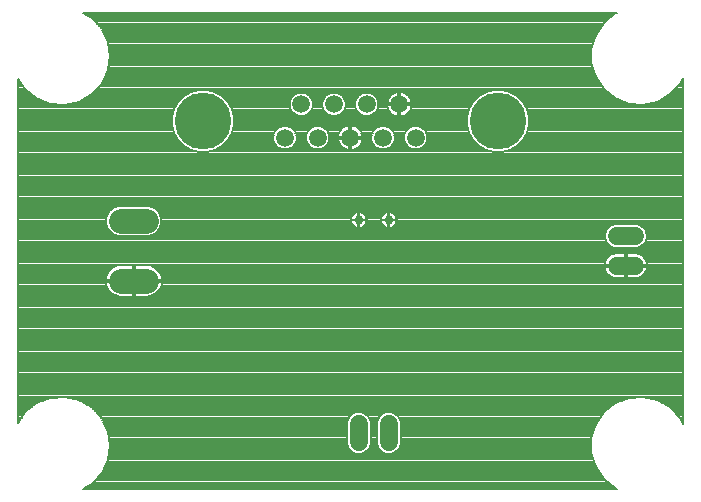
<source format=gbl>
G75*
%MOIN*%
%OFA0B0*%
%FSLAX25Y25*%
%IPPOS*%
%LPD*%
%AMOC8*
5,1,8,0,0,1.08239X$1,22.5*
%
%ADD10C,0.05906*%
%ADD11C,0.18898*%
%ADD12C,0.06000*%
%ADD13C,0.08250*%
%ADD14C,0.00700*%
%ADD15C,0.02953*%
D10*
X0116744Y0153409D03*
X0127649Y0153409D03*
X0138555Y0153409D03*
X0149460Y0153409D03*
X0160366Y0153409D03*
X0154913Y0164591D03*
X0144007Y0164591D03*
X0133102Y0164591D03*
X0122196Y0164591D03*
D11*
X0089362Y0159000D03*
X0187748Y0159000D03*
D12*
X0227350Y0120709D02*
X0233350Y0120709D01*
X0233350Y0110709D02*
X0227350Y0110709D01*
X0151350Y0058000D02*
X0151350Y0052000D01*
X0141350Y0052000D02*
X0141350Y0058000D01*
D13*
X0070475Y0105709D02*
X0062225Y0105709D01*
X0062225Y0125709D02*
X0070475Y0125709D01*
D14*
X0052292Y0037965D02*
X0049467Y0036334D01*
X0227484Y0036334D01*
X0226836Y0036589D01*
X0223026Y0039627D01*
X0223026Y0039627D01*
X0220281Y0043654D01*
X0218844Y0048311D01*
X0218844Y0053185D01*
X0220281Y0057842D01*
X0220281Y0057842D01*
X0223026Y0061869D01*
X0223026Y0061869D01*
X0226836Y0064908D01*
X0226836Y0064908D01*
X0231373Y0066688D01*
X0231373Y0066688D01*
X0236233Y0067052D01*
X0236233Y0067052D01*
X0240985Y0065968D01*
X0240985Y0065968D01*
X0245205Y0063531D01*
X0245205Y0063531D01*
X0248520Y0059958D01*
X0248520Y0059958D01*
X0249425Y0058079D01*
X0249425Y0173338D01*
X0248520Y0171459D01*
X0248520Y0171459D01*
X0245205Y0167886D01*
X0245205Y0167886D01*
X0240985Y0165450D01*
X0240985Y0165450D01*
X0236233Y0164365D01*
X0236233Y0164365D01*
X0231373Y0164729D01*
X0231373Y0164729D01*
X0226836Y0166510D01*
X0226836Y0166510D01*
X0223026Y0169548D01*
X0223026Y0169548D01*
X0223026Y0169548D01*
X0220281Y0173575D01*
X0220281Y0173575D01*
X0218844Y0178232D01*
X0218844Y0183106D01*
X0220281Y0187763D01*
X0220281Y0187763D01*
X0223026Y0191790D01*
X0223026Y0191790D01*
X0223026Y0191790D01*
X0226836Y0194829D01*
X0227484Y0195083D01*
X0049467Y0195083D01*
X0052292Y0193452D01*
X0052292Y0193452D01*
X0055607Y0189880D01*
X0055607Y0189880D01*
X0057722Y0185489D01*
X0057722Y0185489D01*
X0058448Y0180669D01*
X0057722Y0175850D01*
X0057722Y0175850D01*
X0055607Y0171459D01*
X0055607Y0171459D01*
X0052292Y0167886D01*
X0052292Y0167886D01*
X0052292Y0167886D01*
X0048071Y0165450D01*
X0048071Y0165450D01*
X0043320Y0164365D01*
X0043320Y0164365D01*
X0038460Y0164729D01*
X0038460Y0164729D01*
X0033923Y0166510D01*
X0033923Y0166510D01*
X0030113Y0169548D01*
X0030113Y0169548D01*
X0030113Y0169548D01*
X0027684Y0173110D01*
X0027684Y0058307D01*
X0030113Y0061869D01*
X0030113Y0061869D01*
X0033923Y0064908D01*
X0033923Y0064908D01*
X0038460Y0066688D01*
X0038460Y0066688D01*
X0043320Y0067052D01*
X0043320Y0067052D01*
X0048071Y0065968D01*
X0048071Y0065968D01*
X0052292Y0063531D01*
X0052292Y0063531D01*
X0055607Y0059958D01*
X0055607Y0059958D01*
X0057722Y0055567D01*
X0058448Y0050748D01*
X0058448Y0050748D01*
X0057722Y0045929D01*
X0057722Y0045929D01*
X0055607Y0041538D01*
X0055607Y0041538D01*
X0052292Y0037965D01*
X0052292Y0037965D01*
X0051996Y0037794D02*
X0225325Y0037794D01*
X0226201Y0037096D02*
X0050786Y0037096D01*
X0049576Y0036397D02*
X0227324Y0036397D01*
X0224449Y0038493D02*
X0052781Y0038493D01*
X0053430Y0039191D02*
X0223573Y0039191D01*
X0222847Y0039890D02*
X0054078Y0039890D01*
X0054726Y0040588D02*
X0222371Y0040588D01*
X0221895Y0041287D02*
X0055374Y0041287D01*
X0055822Y0041985D02*
X0221418Y0041985D01*
X0220942Y0042684D02*
X0056159Y0042684D01*
X0056495Y0043382D02*
X0220466Y0043382D01*
X0220149Y0044081D02*
X0056832Y0044081D01*
X0057168Y0044779D02*
X0219934Y0044779D01*
X0219718Y0045478D02*
X0057504Y0045478D01*
X0057759Y0046176D02*
X0219503Y0046176D01*
X0219287Y0046875D02*
X0057864Y0046875D01*
X0057969Y0047573D02*
X0219072Y0047573D01*
X0218856Y0048272D02*
X0152646Y0048272D01*
X0152134Y0048059D02*
X0153582Y0048659D01*
X0154691Y0049768D01*
X0155291Y0051216D01*
X0155291Y0058784D01*
X0154691Y0060232D01*
X0153582Y0061341D01*
X0152134Y0061941D01*
X0150566Y0061941D01*
X0149118Y0061341D01*
X0148009Y0060232D01*
X0147409Y0058784D01*
X0147409Y0051216D01*
X0148009Y0049768D01*
X0149118Y0048659D01*
X0150566Y0048059D01*
X0152134Y0048059D01*
X0153893Y0048970D02*
X0218844Y0048970D01*
X0218844Y0049669D02*
X0154592Y0049669D01*
X0154939Y0050367D02*
X0218844Y0050367D01*
X0218844Y0051066D02*
X0155228Y0051066D01*
X0155291Y0051764D02*
X0218844Y0051764D01*
X0218844Y0052463D02*
X0155291Y0052463D01*
X0155291Y0053161D02*
X0218844Y0053161D01*
X0219052Y0053860D02*
X0155291Y0053860D01*
X0155291Y0054558D02*
X0219268Y0054558D01*
X0219483Y0055257D02*
X0155291Y0055257D01*
X0155291Y0055955D02*
X0219699Y0055955D01*
X0219914Y0056654D02*
X0155291Y0056654D01*
X0155291Y0057352D02*
X0220130Y0057352D01*
X0220423Y0058051D02*
X0155291Y0058051D01*
X0155291Y0058749D02*
X0220899Y0058749D01*
X0221375Y0059448D02*
X0155015Y0059448D01*
X0154726Y0060146D02*
X0221852Y0060146D01*
X0222328Y0060845D02*
X0154078Y0060845D01*
X0153093Y0061543D02*
X0222804Y0061543D01*
X0223494Y0062242D02*
X0053488Y0062242D01*
X0052840Y0062940D02*
X0224370Y0062940D01*
X0225246Y0063639D02*
X0052105Y0063639D01*
X0050895Y0064337D02*
X0226122Y0064337D01*
X0227164Y0065036D02*
X0049685Y0065036D01*
X0048475Y0065734D02*
X0228943Y0065734D01*
X0230723Y0066433D02*
X0046033Y0066433D01*
X0054136Y0061543D02*
X0139607Y0061543D01*
X0139118Y0061341D02*
X0138009Y0060232D01*
X0137409Y0058784D01*
X0137409Y0051216D01*
X0138009Y0049768D01*
X0139118Y0048659D01*
X0140566Y0048059D01*
X0142134Y0048059D01*
X0143582Y0048659D01*
X0144691Y0049768D01*
X0145291Y0051216D01*
X0145291Y0058784D01*
X0144691Y0060232D01*
X0143582Y0061341D01*
X0142134Y0061941D01*
X0140566Y0061941D01*
X0139118Y0061341D01*
X0138622Y0060845D02*
X0054784Y0060845D01*
X0055432Y0060146D02*
X0137974Y0060146D01*
X0137685Y0059448D02*
X0055853Y0059448D01*
X0056189Y0058749D02*
X0137409Y0058749D01*
X0137409Y0058051D02*
X0056526Y0058051D01*
X0056862Y0057352D02*
X0137409Y0057352D01*
X0137409Y0056654D02*
X0057198Y0056654D01*
X0057535Y0055955D02*
X0137409Y0055955D01*
X0137409Y0055257D02*
X0057768Y0055257D01*
X0057874Y0054558D02*
X0137409Y0054558D01*
X0137409Y0053860D02*
X0057979Y0053860D01*
X0058084Y0053161D02*
X0137409Y0053161D01*
X0137409Y0052463D02*
X0058190Y0052463D01*
X0058295Y0051764D02*
X0137409Y0051764D01*
X0137472Y0051066D02*
X0058400Y0051066D01*
X0058391Y0050367D02*
X0137761Y0050367D01*
X0138108Y0049669D02*
X0058285Y0049669D01*
X0058180Y0048970D02*
X0138807Y0048970D01*
X0140054Y0048272D02*
X0058075Y0048272D01*
X0037810Y0066433D02*
X0027684Y0066433D01*
X0027684Y0065734D02*
X0036030Y0065734D01*
X0034250Y0065036D02*
X0027684Y0065036D01*
X0027684Y0064337D02*
X0033208Y0064337D01*
X0032332Y0063639D02*
X0027684Y0063639D01*
X0027684Y0062940D02*
X0031456Y0062940D01*
X0030580Y0062242D02*
X0027684Y0062242D01*
X0027684Y0061543D02*
X0029891Y0061543D01*
X0030113Y0061869D02*
X0030113Y0061869D01*
X0029415Y0060845D02*
X0027684Y0060845D01*
X0027684Y0060146D02*
X0028938Y0060146D01*
X0028462Y0059448D02*
X0027684Y0059448D01*
X0027684Y0058749D02*
X0027986Y0058749D01*
X0027684Y0067132D02*
X0249425Y0067132D01*
X0249425Y0067830D02*
X0027684Y0067830D01*
X0027684Y0068529D02*
X0249425Y0068529D01*
X0249425Y0069227D02*
X0027684Y0069227D01*
X0027684Y0069926D02*
X0249425Y0069926D01*
X0249425Y0070624D02*
X0027684Y0070624D01*
X0027684Y0071323D02*
X0249425Y0071323D01*
X0249425Y0072021D02*
X0027684Y0072021D01*
X0027684Y0072720D02*
X0249425Y0072720D01*
X0249425Y0073418D02*
X0027684Y0073418D01*
X0027684Y0074117D02*
X0249425Y0074117D01*
X0249425Y0074815D02*
X0027684Y0074815D01*
X0027684Y0075514D02*
X0249425Y0075514D01*
X0249425Y0076212D02*
X0027684Y0076212D01*
X0027684Y0076911D02*
X0249425Y0076911D01*
X0249425Y0077609D02*
X0027684Y0077609D01*
X0027684Y0078308D02*
X0249425Y0078308D01*
X0249425Y0079006D02*
X0027684Y0079006D01*
X0027684Y0079705D02*
X0249425Y0079705D01*
X0249425Y0080403D02*
X0027684Y0080403D01*
X0027684Y0081102D02*
X0249425Y0081102D01*
X0249425Y0081800D02*
X0027684Y0081800D01*
X0027684Y0082499D02*
X0249425Y0082499D01*
X0249425Y0083197D02*
X0027684Y0083197D01*
X0027684Y0083896D02*
X0249425Y0083896D01*
X0249425Y0084594D02*
X0027684Y0084594D01*
X0027684Y0085293D02*
X0249425Y0085293D01*
X0249425Y0085991D02*
X0027684Y0085991D01*
X0027684Y0086690D02*
X0249425Y0086690D01*
X0249425Y0087388D02*
X0027684Y0087388D01*
X0027684Y0088087D02*
X0249425Y0088087D01*
X0249425Y0088785D02*
X0027684Y0088785D01*
X0027684Y0089484D02*
X0249425Y0089484D01*
X0249425Y0090182D02*
X0027684Y0090182D01*
X0027684Y0090881D02*
X0249425Y0090881D01*
X0249425Y0091579D02*
X0027684Y0091579D01*
X0027684Y0092278D02*
X0249425Y0092278D01*
X0249425Y0092976D02*
X0027684Y0092976D01*
X0027684Y0093675D02*
X0249425Y0093675D01*
X0249425Y0094373D02*
X0027684Y0094373D01*
X0027684Y0095072D02*
X0249425Y0095072D01*
X0249425Y0095770D02*
X0027684Y0095770D01*
X0027684Y0096469D02*
X0249425Y0096469D01*
X0249425Y0097168D02*
X0027684Y0097168D01*
X0027684Y0097866D02*
X0249425Y0097866D01*
X0249425Y0098565D02*
X0027684Y0098565D01*
X0027684Y0099263D02*
X0249425Y0099263D01*
X0249425Y0099962D02*
X0027684Y0099962D01*
X0027684Y0100660D02*
X0060733Y0100660D01*
X0060993Y0100576D02*
X0061811Y0100446D01*
X0066000Y0100446D01*
X0066000Y0105359D01*
X0056963Y0105359D01*
X0056963Y0105294D01*
X0057092Y0104476D01*
X0057348Y0103689D01*
X0057724Y0102951D01*
X0058211Y0102280D01*
X0058797Y0101695D01*
X0059467Y0101208D01*
X0060205Y0100832D01*
X0060993Y0100576D01*
X0059259Y0101359D02*
X0027684Y0101359D01*
X0027684Y0102057D02*
X0058434Y0102057D01*
X0057866Y0102756D02*
X0027684Y0102756D01*
X0027684Y0103454D02*
X0057468Y0103454D01*
X0057197Y0104153D02*
X0027684Y0104153D01*
X0027684Y0104851D02*
X0057033Y0104851D01*
X0056963Y0106059D02*
X0066000Y0106059D01*
X0066000Y0110971D01*
X0061811Y0110971D01*
X0060993Y0110841D01*
X0060205Y0110586D01*
X0059467Y0110209D01*
X0058797Y0109723D01*
X0058211Y0109137D01*
X0057724Y0108467D01*
X0057348Y0107729D01*
X0057092Y0106941D01*
X0056963Y0106123D01*
X0056963Y0106059D01*
X0056982Y0106248D02*
X0027684Y0106248D01*
X0027684Y0105550D02*
X0066000Y0105550D01*
X0066000Y0105359D02*
X0066000Y0106059D01*
X0066700Y0106059D01*
X0066700Y0110971D01*
X0070889Y0110971D01*
X0071707Y0110841D01*
X0072495Y0110586D01*
X0073233Y0110209D01*
X0073903Y0109723D01*
X0074489Y0109137D01*
X0074976Y0108467D01*
X0075352Y0107729D01*
X0075608Y0106941D01*
X0075737Y0106123D01*
X0075737Y0106059D01*
X0066700Y0106059D01*
X0066700Y0105359D01*
X0075737Y0105359D01*
X0075737Y0105294D01*
X0075608Y0104476D01*
X0075352Y0103689D01*
X0074976Y0102951D01*
X0074489Y0102280D01*
X0073903Y0101695D01*
X0073233Y0101208D01*
X0072495Y0100832D01*
X0071707Y0100576D01*
X0070889Y0100446D01*
X0066700Y0100446D01*
X0066700Y0105359D01*
X0066000Y0105359D01*
X0066000Y0104851D02*
X0066700Y0104851D01*
X0066700Y0104153D02*
X0066000Y0104153D01*
X0066000Y0103454D02*
X0066700Y0103454D01*
X0066700Y0102756D02*
X0066000Y0102756D01*
X0066000Y0102057D02*
X0066700Y0102057D01*
X0066700Y0101359D02*
X0066000Y0101359D01*
X0066000Y0100660D02*
X0066700Y0100660D01*
X0066700Y0105550D02*
X0249425Y0105550D01*
X0249425Y0106248D02*
X0075718Y0106248D01*
X0075606Y0106947D02*
X0225620Y0106947D01*
X0225762Y0106874D02*
X0226381Y0106673D01*
X0227024Y0106571D01*
X0230000Y0106571D01*
X0230000Y0110359D01*
X0223216Y0110359D01*
X0223314Y0109740D01*
X0223516Y0109120D01*
X0223811Y0108540D01*
X0224194Y0108013D01*
X0224655Y0107553D01*
X0225182Y0107170D01*
X0225762Y0106874D01*
X0224562Y0107645D02*
X0075379Y0107645D01*
X0075039Y0108344D02*
X0223954Y0108344D01*
X0223556Y0109042D02*
X0074558Y0109042D01*
X0073878Y0109741D02*
X0223314Y0109741D01*
X0223216Y0111059D02*
X0230000Y0111059D01*
X0230000Y0114846D01*
X0227024Y0114846D01*
X0226381Y0114744D01*
X0225762Y0114543D01*
X0225182Y0114247D01*
X0224655Y0113864D01*
X0224194Y0113404D01*
X0223811Y0112877D01*
X0223516Y0112297D01*
X0223314Y0111677D01*
X0223216Y0111059D01*
X0223229Y0111138D02*
X0027684Y0111138D01*
X0027684Y0111836D02*
X0223366Y0111836D01*
X0223637Y0112535D02*
X0027684Y0112535D01*
X0027684Y0113233D02*
X0224070Y0113233D01*
X0224747Y0113932D02*
X0027684Y0113932D01*
X0027684Y0114630D02*
X0226031Y0114630D01*
X0226566Y0116768D02*
X0225118Y0117368D01*
X0224009Y0118477D01*
X0223409Y0119925D01*
X0223409Y0121492D01*
X0224009Y0122941D01*
X0225118Y0124049D01*
X0226566Y0124649D01*
X0234134Y0124649D01*
X0235582Y0124049D01*
X0236691Y0122941D01*
X0237291Y0121492D01*
X0237291Y0119925D01*
X0236691Y0118477D01*
X0235582Y0117368D01*
X0234134Y0116768D01*
X0226566Y0116768D01*
X0225062Y0117424D02*
X0027684Y0117424D01*
X0027684Y0116726D02*
X0249425Y0116726D01*
X0249425Y0117424D02*
X0235638Y0117424D01*
X0236337Y0118123D02*
X0249425Y0118123D01*
X0249425Y0118821D02*
X0236833Y0118821D01*
X0237123Y0119520D02*
X0249425Y0119520D01*
X0249425Y0120218D02*
X0237291Y0120218D01*
X0237291Y0120917D02*
X0249425Y0120917D01*
X0249425Y0121615D02*
X0237240Y0121615D01*
X0236950Y0122314D02*
X0249425Y0122314D01*
X0249425Y0123012D02*
X0236619Y0123012D01*
X0235920Y0123711D02*
X0249425Y0123711D01*
X0249425Y0124409D02*
X0234713Y0124409D01*
X0225987Y0124409D02*
X0153431Y0124409D01*
X0153380Y0124334D02*
X0153666Y0124762D01*
X0153863Y0125238D01*
X0153964Y0125743D01*
X0153964Y0125858D01*
X0151492Y0125858D01*
X0151492Y0123386D01*
X0151607Y0123386D01*
X0152112Y0123487D01*
X0152588Y0123684D01*
X0153016Y0123970D01*
X0153380Y0124334D01*
X0153810Y0125108D02*
X0249425Y0125108D01*
X0249425Y0125806D02*
X0153964Y0125806D01*
X0153964Y0126142D02*
X0153964Y0126257D01*
X0153863Y0126762D01*
X0153666Y0127238D01*
X0153380Y0127666D01*
X0153016Y0128030D01*
X0152588Y0128316D01*
X0152112Y0128513D01*
X0151607Y0128614D01*
X0151492Y0128614D01*
X0151492Y0126142D01*
X0153964Y0126142D01*
X0153915Y0126505D02*
X0249425Y0126505D01*
X0249425Y0127203D02*
X0153681Y0127203D01*
X0153144Y0127902D02*
X0249425Y0127902D01*
X0249425Y0128601D02*
X0151674Y0128601D01*
X0151492Y0128601D02*
X0151208Y0128601D01*
X0151208Y0128614D02*
X0151093Y0128614D01*
X0150588Y0128513D01*
X0150112Y0128316D01*
X0149684Y0128030D01*
X0149320Y0127666D01*
X0149034Y0127238D01*
X0148837Y0126762D01*
X0148736Y0126257D01*
X0148736Y0126142D01*
X0151208Y0126142D01*
X0151208Y0125858D01*
X0151492Y0125858D01*
X0151492Y0126142D01*
X0151208Y0126142D01*
X0151208Y0128614D01*
X0151026Y0128601D02*
X0141674Y0128601D01*
X0141607Y0128614D02*
X0141492Y0128614D01*
X0141492Y0126142D01*
X0143964Y0126142D01*
X0143964Y0126257D01*
X0143863Y0126762D01*
X0143666Y0127238D01*
X0143380Y0127666D01*
X0143016Y0128030D01*
X0142588Y0128316D01*
X0142112Y0128513D01*
X0141607Y0128614D01*
X0141492Y0128601D02*
X0141208Y0128601D01*
X0141208Y0128614D02*
X0141093Y0128614D01*
X0140588Y0128513D01*
X0140112Y0128316D01*
X0139684Y0128030D01*
X0139320Y0127666D01*
X0139034Y0127238D01*
X0138837Y0126762D01*
X0138736Y0126257D01*
X0138736Y0126142D01*
X0141208Y0126142D01*
X0141208Y0125858D01*
X0141492Y0125858D01*
X0141492Y0123386D01*
X0141607Y0123386D01*
X0142112Y0123487D01*
X0142588Y0123684D01*
X0143016Y0123970D01*
X0143380Y0124334D01*
X0143666Y0124762D01*
X0143863Y0125238D01*
X0143964Y0125743D01*
X0143964Y0125858D01*
X0141492Y0125858D01*
X0141492Y0126142D01*
X0141208Y0126142D01*
X0141208Y0128614D01*
X0141026Y0128601D02*
X0074747Y0128601D01*
X0074769Y0128578D02*
X0073344Y0130003D01*
X0071483Y0130774D01*
X0061217Y0130774D01*
X0059356Y0130003D01*
X0057931Y0128578D01*
X0057159Y0126716D01*
X0057159Y0124701D01*
X0057931Y0122839D01*
X0059356Y0121414D01*
X0061217Y0120643D01*
X0071483Y0120643D01*
X0073344Y0121414D01*
X0074769Y0122839D01*
X0075541Y0124701D01*
X0075541Y0126716D01*
X0074769Y0128578D01*
X0075049Y0127902D02*
X0139556Y0127902D01*
X0139019Y0127203D02*
X0075339Y0127203D01*
X0075541Y0126505D02*
X0138785Y0126505D01*
X0138736Y0125858D02*
X0138736Y0125743D01*
X0138837Y0125238D01*
X0139034Y0124762D01*
X0139320Y0124334D01*
X0139684Y0123970D01*
X0140112Y0123684D01*
X0140588Y0123487D01*
X0141093Y0123386D01*
X0141208Y0123386D01*
X0141208Y0125858D01*
X0138736Y0125858D01*
X0138736Y0125806D02*
X0075541Y0125806D01*
X0075541Y0125108D02*
X0138890Y0125108D01*
X0139269Y0124409D02*
X0075420Y0124409D01*
X0075130Y0123711D02*
X0140071Y0123711D01*
X0141208Y0123711D02*
X0141492Y0123711D01*
X0141492Y0124409D02*
X0141208Y0124409D01*
X0141208Y0125108D02*
X0141492Y0125108D01*
X0141492Y0125806D02*
X0141208Y0125806D01*
X0141208Y0126505D02*
X0141492Y0126505D01*
X0141492Y0127203D02*
X0141208Y0127203D01*
X0141208Y0127902D02*
X0141492Y0127902D01*
X0143144Y0127902D02*
X0149556Y0127902D01*
X0149019Y0127203D02*
X0143681Y0127203D01*
X0143915Y0126505D02*
X0148785Y0126505D01*
X0148736Y0125858D02*
X0148736Y0125743D01*
X0148837Y0125238D01*
X0149034Y0124762D01*
X0149320Y0124334D01*
X0149684Y0123970D01*
X0150112Y0123684D01*
X0150588Y0123487D01*
X0151093Y0123386D01*
X0151208Y0123386D01*
X0151208Y0125858D01*
X0148736Y0125858D01*
X0148736Y0125806D02*
X0143964Y0125806D01*
X0143810Y0125108D02*
X0148890Y0125108D01*
X0149269Y0124409D02*
X0143431Y0124409D01*
X0142629Y0123711D02*
X0150071Y0123711D01*
X0151208Y0123711D02*
X0151492Y0123711D01*
X0151492Y0124409D02*
X0151208Y0124409D01*
X0151208Y0125108D02*
X0151492Y0125108D01*
X0151492Y0125806D02*
X0151208Y0125806D01*
X0151208Y0126505D02*
X0151492Y0126505D01*
X0151492Y0127203D02*
X0151208Y0127203D01*
X0151208Y0127902D02*
X0151492Y0127902D01*
X0152629Y0123711D02*
X0224780Y0123711D01*
X0224081Y0123012D02*
X0074841Y0123012D01*
X0074244Y0122314D02*
X0223750Y0122314D01*
X0223460Y0121615D02*
X0073546Y0121615D01*
X0072144Y0120917D02*
X0223409Y0120917D01*
X0223409Y0120218D02*
X0027684Y0120218D01*
X0027684Y0119520D02*
X0223577Y0119520D01*
X0223867Y0118821D02*
X0027684Y0118821D01*
X0027684Y0118123D02*
X0224363Y0118123D01*
X0230000Y0114630D02*
X0230700Y0114630D01*
X0230700Y0114846D02*
X0230700Y0111059D01*
X0230000Y0111059D01*
X0230000Y0110359D01*
X0230700Y0110359D01*
X0230700Y0111059D01*
X0237484Y0111059D01*
X0237386Y0111677D01*
X0237184Y0112297D01*
X0236889Y0112877D01*
X0236506Y0113404D01*
X0236045Y0113864D01*
X0235518Y0114247D01*
X0234938Y0114543D01*
X0234319Y0114744D01*
X0233676Y0114846D01*
X0230700Y0114846D01*
X0230700Y0113932D02*
X0230000Y0113932D01*
X0230000Y0113233D02*
X0230700Y0113233D01*
X0230700Y0112535D02*
X0230000Y0112535D01*
X0230000Y0111836D02*
X0230700Y0111836D01*
X0230700Y0111138D02*
X0230000Y0111138D01*
X0230000Y0110439D02*
X0072782Y0110439D01*
X0066700Y0110439D02*
X0066000Y0110439D01*
X0066000Y0109741D02*
X0066700Y0109741D01*
X0066700Y0109042D02*
X0066000Y0109042D01*
X0066000Y0108344D02*
X0066700Y0108344D01*
X0066700Y0107645D02*
X0066000Y0107645D01*
X0066000Y0106947D02*
X0066700Y0106947D01*
X0066700Y0106248D02*
X0066000Y0106248D01*
X0071966Y0100660D02*
X0249425Y0100660D01*
X0249425Y0101359D02*
X0073441Y0101359D01*
X0074266Y0102057D02*
X0249425Y0102057D01*
X0249425Y0102756D02*
X0074834Y0102756D01*
X0075232Y0103454D02*
X0249425Y0103454D01*
X0249425Y0104153D02*
X0075503Y0104153D01*
X0075667Y0104851D02*
X0249425Y0104851D01*
X0249425Y0106947D02*
X0235080Y0106947D01*
X0234938Y0106874D02*
X0235518Y0107170D01*
X0236045Y0107553D01*
X0236506Y0108013D01*
X0236889Y0108540D01*
X0237184Y0109120D01*
X0237386Y0109740D01*
X0237484Y0110359D01*
X0230700Y0110359D01*
X0230700Y0106571D01*
X0233676Y0106571D01*
X0234319Y0106673D01*
X0234938Y0106874D01*
X0236138Y0107645D02*
X0249425Y0107645D01*
X0249425Y0108344D02*
X0236746Y0108344D01*
X0237144Y0109042D02*
X0249425Y0109042D01*
X0249425Y0109741D02*
X0237386Y0109741D01*
X0237471Y0111138D02*
X0249425Y0111138D01*
X0249425Y0111836D02*
X0237334Y0111836D01*
X0237063Y0112535D02*
X0249425Y0112535D01*
X0249425Y0113233D02*
X0236630Y0113233D01*
X0235953Y0113932D02*
X0249425Y0113932D01*
X0249425Y0114630D02*
X0234669Y0114630D01*
X0230700Y0110439D02*
X0249425Y0110439D01*
X0249425Y0115329D02*
X0027684Y0115329D01*
X0027684Y0116027D02*
X0249425Y0116027D01*
X0249425Y0129299D02*
X0074048Y0129299D01*
X0073350Y0129998D02*
X0249425Y0129998D01*
X0249425Y0130696D02*
X0071671Y0130696D01*
X0061029Y0130696D02*
X0027684Y0130696D01*
X0027684Y0129998D02*
X0059350Y0129998D01*
X0058652Y0129299D02*
X0027684Y0129299D01*
X0027684Y0128601D02*
X0057953Y0128601D01*
X0057651Y0127902D02*
X0027684Y0127902D01*
X0027684Y0127203D02*
X0057361Y0127203D01*
X0057159Y0126505D02*
X0027684Y0126505D01*
X0027684Y0125806D02*
X0057159Y0125806D01*
X0057159Y0125108D02*
X0027684Y0125108D01*
X0027684Y0124409D02*
X0057280Y0124409D01*
X0057570Y0123711D02*
X0027684Y0123711D01*
X0027684Y0123012D02*
X0057859Y0123012D01*
X0058456Y0122314D02*
X0027684Y0122314D01*
X0027684Y0121615D02*
X0059154Y0121615D01*
X0060556Y0120917D02*
X0027684Y0120917D01*
X0027684Y0131395D02*
X0249425Y0131395D01*
X0249425Y0132093D02*
X0027684Y0132093D01*
X0027684Y0132792D02*
X0249425Y0132792D01*
X0249425Y0133490D02*
X0027684Y0133490D01*
X0027684Y0134189D02*
X0249425Y0134189D01*
X0249425Y0134887D02*
X0027684Y0134887D01*
X0027684Y0135586D02*
X0249425Y0135586D01*
X0249425Y0136284D02*
X0027684Y0136284D01*
X0027684Y0136983D02*
X0249425Y0136983D01*
X0249425Y0137681D02*
X0027684Y0137681D01*
X0027684Y0138380D02*
X0249425Y0138380D01*
X0249425Y0139078D02*
X0027684Y0139078D01*
X0027684Y0139777D02*
X0249425Y0139777D01*
X0249425Y0140475D02*
X0027684Y0140475D01*
X0027684Y0141174D02*
X0249425Y0141174D01*
X0249425Y0141872D02*
X0027684Y0141872D01*
X0027684Y0142571D02*
X0249425Y0142571D01*
X0249425Y0143269D02*
X0027684Y0143269D01*
X0027684Y0143968D02*
X0249425Y0143968D01*
X0249425Y0144666D02*
X0027684Y0144666D01*
X0027684Y0145365D02*
X0249425Y0145365D01*
X0249425Y0146063D02*
X0027684Y0146063D01*
X0027684Y0146762D02*
X0249425Y0146762D01*
X0249425Y0147460D02*
X0027684Y0147460D01*
X0027684Y0148159D02*
X0249425Y0148159D01*
X0249425Y0148857D02*
X0190036Y0148857D01*
X0189115Y0148611D02*
X0191758Y0149319D01*
X0194127Y0150686D01*
X0196061Y0152621D01*
X0197429Y0154990D01*
X0198137Y0157632D01*
X0198137Y0160368D01*
X0197429Y0163010D01*
X0196061Y0165379D01*
X0194127Y0167314D01*
X0191758Y0168681D01*
X0189115Y0169389D01*
X0186380Y0169389D01*
X0183737Y0168681D01*
X0181368Y0167314D01*
X0179434Y0165379D01*
X0178066Y0163010D01*
X0177358Y0160368D01*
X0177358Y0157632D01*
X0178066Y0154990D01*
X0179434Y0152621D01*
X0181368Y0150686D01*
X0183737Y0149319D01*
X0186380Y0148611D01*
X0189115Y0148611D01*
X0192169Y0149556D02*
X0249425Y0149556D01*
X0249425Y0150254D02*
X0193378Y0150254D01*
X0194393Y0150953D02*
X0249425Y0150953D01*
X0249425Y0151651D02*
X0195092Y0151651D01*
X0195790Y0152350D02*
X0249425Y0152350D01*
X0249425Y0153048D02*
X0196308Y0153048D01*
X0196711Y0153747D02*
X0249425Y0153747D01*
X0249425Y0154445D02*
X0197115Y0154445D01*
X0197470Y0155144D02*
X0249425Y0155144D01*
X0249425Y0155842D02*
X0197657Y0155842D01*
X0197845Y0156541D02*
X0249425Y0156541D01*
X0249425Y0157239D02*
X0198032Y0157239D01*
X0198137Y0157938D02*
X0249425Y0157938D01*
X0249425Y0158637D02*
X0198137Y0158637D01*
X0198137Y0159335D02*
X0249425Y0159335D01*
X0249425Y0160034D02*
X0198137Y0160034D01*
X0198039Y0160732D02*
X0249425Y0160732D01*
X0249425Y0161431D02*
X0197852Y0161431D01*
X0197665Y0162129D02*
X0249425Y0162129D01*
X0249425Y0162828D02*
X0197478Y0162828D01*
X0197131Y0163526D02*
X0249425Y0163526D01*
X0249425Y0164225D02*
X0196728Y0164225D01*
X0196325Y0164923D02*
X0230879Y0164923D01*
X0229099Y0165622D02*
X0195819Y0165622D01*
X0195120Y0166320D02*
X0227320Y0166320D01*
X0226198Y0167019D02*
X0194422Y0167019D01*
X0193428Y0167717D02*
X0225322Y0167717D01*
X0224447Y0168416D02*
X0192218Y0168416D01*
X0190142Y0169114D02*
X0223571Y0169114D01*
X0222846Y0169813D02*
X0054079Y0169813D01*
X0053431Y0169114D02*
X0086967Y0169114D01*
X0087994Y0169389D02*
X0085352Y0168681D01*
X0082983Y0167314D01*
X0081048Y0165379D01*
X0079680Y0163010D01*
X0078972Y0160368D01*
X0078972Y0157632D01*
X0079680Y0154990D01*
X0081048Y0152621D01*
X0082983Y0150686D01*
X0085352Y0149319D01*
X0087994Y0148611D01*
X0090730Y0148611D01*
X0093372Y0149319D01*
X0095741Y0150686D01*
X0097675Y0152621D01*
X0099043Y0154990D01*
X0099751Y0157632D01*
X0099751Y0160368D01*
X0099043Y0163010D01*
X0097675Y0165379D01*
X0095741Y0167314D01*
X0093372Y0168681D01*
X0090730Y0169389D01*
X0087994Y0169389D01*
X0084891Y0168416D02*
X0052783Y0168416D01*
X0051999Y0167717D02*
X0083682Y0167717D01*
X0082688Y0167019D02*
X0050789Y0167019D01*
X0049579Y0166320D02*
X0081989Y0166320D01*
X0081291Y0165622D02*
X0048369Y0165622D01*
X0045765Y0164923D02*
X0080785Y0164923D01*
X0080382Y0164225D02*
X0027684Y0164225D01*
X0027684Y0164923D02*
X0037966Y0164923D01*
X0036186Y0165622D02*
X0027684Y0165622D01*
X0027684Y0166320D02*
X0034406Y0166320D01*
X0033285Y0167019D02*
X0027684Y0167019D01*
X0027684Y0167717D02*
X0032409Y0167717D01*
X0031533Y0168416D02*
X0027684Y0168416D01*
X0027684Y0169114D02*
X0030657Y0169114D01*
X0029932Y0169813D02*
X0027684Y0169813D01*
X0027684Y0170511D02*
X0029456Y0170511D01*
X0028980Y0171210D02*
X0027684Y0171210D01*
X0027684Y0171908D02*
X0028504Y0171908D01*
X0028028Y0172607D02*
X0027684Y0172607D01*
X0027684Y0163526D02*
X0079978Y0163526D01*
X0079632Y0162828D02*
X0027684Y0162828D01*
X0027684Y0162129D02*
X0079444Y0162129D01*
X0079257Y0161431D02*
X0027684Y0161431D01*
X0027684Y0160732D02*
X0079070Y0160732D01*
X0078972Y0160034D02*
X0027684Y0160034D01*
X0027684Y0159335D02*
X0078972Y0159335D01*
X0078972Y0158637D02*
X0027684Y0158637D01*
X0027684Y0157938D02*
X0078972Y0157938D01*
X0079078Y0157239D02*
X0027684Y0157239D01*
X0027684Y0156541D02*
X0079265Y0156541D01*
X0079452Y0155842D02*
X0027684Y0155842D01*
X0027684Y0155144D02*
X0079639Y0155144D01*
X0079995Y0154445D02*
X0027684Y0154445D01*
X0027684Y0153747D02*
X0080398Y0153747D01*
X0080801Y0153048D02*
X0027684Y0153048D01*
X0027684Y0152350D02*
X0081319Y0152350D01*
X0082018Y0151651D02*
X0027684Y0151651D01*
X0027684Y0150953D02*
X0082716Y0150953D01*
X0083731Y0150254D02*
X0027684Y0150254D01*
X0027684Y0149556D02*
X0084941Y0149556D01*
X0087073Y0148857D02*
X0027684Y0148857D01*
X0054728Y0170511D02*
X0222370Y0170511D01*
X0221893Y0171210D02*
X0055376Y0171210D01*
X0055823Y0171908D02*
X0221417Y0171908D01*
X0220941Y0172607D02*
X0056160Y0172607D01*
X0056496Y0173305D02*
X0220465Y0173305D01*
X0220148Y0174004D02*
X0056833Y0174004D01*
X0057169Y0174702D02*
X0219933Y0174702D01*
X0219717Y0175401D02*
X0057505Y0175401D01*
X0057759Y0176099D02*
X0219502Y0176099D01*
X0219287Y0176798D02*
X0057864Y0176798D01*
X0057970Y0177496D02*
X0219071Y0177496D01*
X0218856Y0178195D02*
X0058075Y0178195D01*
X0058180Y0178893D02*
X0218844Y0178893D01*
X0218844Y0179592D02*
X0058286Y0179592D01*
X0058391Y0180290D02*
X0218844Y0180290D01*
X0218844Y0180989D02*
X0058400Y0180989D01*
X0058295Y0181687D02*
X0218844Y0181687D01*
X0218844Y0182386D02*
X0058189Y0182386D01*
X0058084Y0183084D02*
X0218844Y0183084D01*
X0219053Y0183783D02*
X0057979Y0183783D01*
X0057873Y0184481D02*
X0219268Y0184481D01*
X0219484Y0185180D02*
X0057768Y0185180D01*
X0057534Y0185878D02*
X0219699Y0185878D01*
X0219915Y0186577D02*
X0057197Y0186577D01*
X0056861Y0187275D02*
X0220130Y0187275D01*
X0220424Y0187974D02*
X0056525Y0187974D01*
X0056188Y0188672D02*
X0220900Y0188672D01*
X0221377Y0189371D02*
X0055852Y0189371D01*
X0055431Y0190070D02*
X0221853Y0190070D01*
X0222329Y0190768D02*
X0054783Y0190768D01*
X0054135Y0191467D02*
X0222805Y0191467D01*
X0223496Y0192165D02*
X0053486Y0192165D01*
X0052838Y0192864D02*
X0224372Y0192864D01*
X0225248Y0193562D02*
X0052102Y0193562D01*
X0050892Y0194261D02*
X0226124Y0194261D01*
X0227168Y0194959D02*
X0049682Y0194959D01*
X0091757Y0169114D02*
X0185353Y0169114D01*
X0183277Y0168416D02*
X0156377Y0168416D01*
X0156483Y0168381D02*
X0155871Y0168580D01*
X0155263Y0168676D01*
X0155263Y0164941D01*
X0154563Y0164941D01*
X0154563Y0168676D01*
X0153955Y0168580D01*
X0153343Y0168381D01*
X0152769Y0168089D01*
X0152248Y0167710D01*
X0151793Y0167255D01*
X0151415Y0166734D01*
X0151122Y0166161D01*
X0150924Y0165548D01*
X0150827Y0164941D01*
X0154563Y0164941D01*
X0154563Y0164241D01*
X0150827Y0164241D01*
X0150924Y0163633D01*
X0151122Y0163020D01*
X0151415Y0162447D01*
X0151793Y0161926D01*
X0152248Y0161471D01*
X0152769Y0161092D01*
X0153343Y0160800D01*
X0153955Y0160601D01*
X0154563Y0160505D01*
X0154563Y0164240D01*
X0155263Y0164240D01*
X0155263Y0160505D01*
X0155871Y0160601D01*
X0156483Y0160800D01*
X0157057Y0161092D01*
X0157578Y0161471D01*
X0158033Y0161926D01*
X0158411Y0162447D01*
X0158703Y0163020D01*
X0158902Y0163633D01*
X0158999Y0164241D01*
X0155263Y0164241D01*
X0155263Y0164941D01*
X0158999Y0164941D01*
X0158902Y0165548D01*
X0158703Y0166161D01*
X0158411Y0166734D01*
X0158033Y0167255D01*
X0157578Y0167710D01*
X0157057Y0168089D01*
X0156483Y0168381D01*
X0155263Y0168416D02*
X0154563Y0168416D01*
X0154563Y0167717D02*
X0155263Y0167717D01*
X0155263Y0167019D02*
X0154563Y0167019D01*
X0154563Y0166320D02*
X0155263Y0166320D01*
X0155263Y0165622D02*
X0154563Y0165622D01*
X0154563Y0164923D02*
X0147901Y0164923D01*
X0147901Y0165365D02*
X0147308Y0166796D01*
X0146213Y0167891D01*
X0144782Y0168484D01*
X0143233Y0168484D01*
X0141802Y0167891D01*
X0140707Y0166796D01*
X0140114Y0165365D01*
X0140114Y0163816D01*
X0140707Y0162385D01*
X0141802Y0161290D01*
X0143233Y0160697D01*
X0144782Y0160697D01*
X0146213Y0161290D01*
X0147308Y0162385D01*
X0147901Y0163816D01*
X0147901Y0165365D01*
X0147794Y0165622D02*
X0150947Y0165622D01*
X0151204Y0166320D02*
X0147505Y0166320D01*
X0147085Y0167019D02*
X0151621Y0167019D01*
X0152258Y0167717D02*
X0146387Y0167717D01*
X0144947Y0168416D02*
X0153449Y0168416D01*
X0155263Y0164923D02*
X0179171Y0164923D01*
X0178767Y0164225D02*
X0158996Y0164225D01*
X0158868Y0163526D02*
X0178364Y0163526D01*
X0178017Y0162828D02*
X0158605Y0162828D01*
X0158180Y0162129D02*
X0177830Y0162129D01*
X0177643Y0161431D02*
X0157522Y0161431D01*
X0156274Y0160732D02*
X0177456Y0160732D01*
X0177358Y0160034D02*
X0099751Y0160034D01*
X0099751Y0159335D02*
X0177358Y0159335D01*
X0177358Y0158637D02*
X0099751Y0158637D01*
X0099751Y0157938D02*
X0177358Y0157938D01*
X0177463Y0157239D02*
X0161293Y0157239D01*
X0161140Y0157303D02*
X0159591Y0157303D01*
X0158160Y0156710D01*
X0157065Y0155615D01*
X0156472Y0154184D01*
X0156472Y0152635D01*
X0157065Y0151204D01*
X0158160Y0150109D01*
X0159591Y0149516D01*
X0161140Y0149516D01*
X0162571Y0150109D01*
X0163666Y0151204D01*
X0164259Y0152635D01*
X0164259Y0154184D01*
X0163666Y0155615D01*
X0162571Y0156710D01*
X0161140Y0157303D01*
X0159439Y0157239D02*
X0150387Y0157239D01*
X0150235Y0157303D02*
X0148686Y0157303D01*
X0147255Y0156710D01*
X0146160Y0155615D01*
X0145567Y0154184D01*
X0145567Y0152635D01*
X0146160Y0151204D01*
X0147255Y0150109D01*
X0148686Y0149516D01*
X0150235Y0149516D01*
X0151666Y0150109D01*
X0152761Y0151204D01*
X0153354Y0152635D01*
X0153354Y0154184D01*
X0152761Y0155615D01*
X0151666Y0156710D01*
X0150235Y0157303D01*
X0148533Y0157239D02*
X0140003Y0157239D01*
X0140125Y0157200D02*
X0139513Y0157399D01*
X0138905Y0157495D01*
X0138905Y0153759D01*
X0142640Y0153759D01*
X0142544Y0154367D01*
X0142345Y0154980D01*
X0142053Y0155553D01*
X0141675Y0156074D01*
X0141219Y0156529D01*
X0140698Y0156908D01*
X0140125Y0157200D01*
X0138905Y0157239D02*
X0138205Y0157239D01*
X0138205Y0157495D02*
X0137597Y0157399D01*
X0136985Y0157200D01*
X0136411Y0156908D01*
X0135890Y0156529D01*
X0135435Y0156074D01*
X0135057Y0155553D01*
X0134764Y0154980D01*
X0134565Y0154367D01*
X0134469Y0153759D01*
X0138205Y0153759D01*
X0138205Y0153059D01*
X0138905Y0153059D01*
X0138905Y0149324D01*
X0139513Y0149420D01*
X0140125Y0149619D01*
X0140698Y0149911D01*
X0141219Y0150290D01*
X0141675Y0150745D01*
X0142053Y0151266D01*
X0142345Y0151839D01*
X0142544Y0152452D01*
X0142640Y0153059D01*
X0138905Y0153059D01*
X0138905Y0153759D01*
X0138205Y0153759D01*
X0138205Y0157495D01*
X0138205Y0156541D02*
X0138905Y0156541D01*
X0138905Y0155842D02*
X0138205Y0155842D01*
X0138205Y0155144D02*
X0138905Y0155144D01*
X0138905Y0154445D02*
X0138205Y0154445D01*
X0138205Y0153747D02*
X0131543Y0153747D01*
X0131543Y0154184D02*
X0130950Y0155615D01*
X0129855Y0156710D01*
X0128424Y0157303D01*
X0126875Y0157303D01*
X0125444Y0156710D01*
X0124349Y0155615D01*
X0123756Y0154184D01*
X0123756Y0152635D01*
X0124349Y0151204D01*
X0125444Y0150109D01*
X0126875Y0149516D01*
X0128424Y0149516D01*
X0129855Y0150109D01*
X0130950Y0151204D01*
X0131543Y0152635D01*
X0131543Y0154184D01*
X0131434Y0154445D02*
X0134591Y0154445D01*
X0134848Y0155144D02*
X0131145Y0155144D01*
X0130722Y0155842D02*
X0135267Y0155842D01*
X0135906Y0156541D02*
X0130024Y0156541D01*
X0128576Y0157239D02*
X0137106Y0157239D01*
X0138905Y0153747D02*
X0145567Y0153747D01*
X0145567Y0153048D02*
X0142639Y0153048D01*
X0142511Y0152350D02*
X0145685Y0152350D01*
X0145974Y0151651D02*
X0142249Y0151651D01*
X0141826Y0150953D02*
X0146411Y0150953D01*
X0147109Y0150254D02*
X0141171Y0150254D01*
X0139931Y0149556D02*
X0148590Y0149556D01*
X0150331Y0149556D02*
X0159495Y0149556D01*
X0158015Y0150254D02*
X0151811Y0150254D01*
X0152510Y0150953D02*
X0157316Y0150953D01*
X0156880Y0151651D02*
X0152946Y0151651D01*
X0153235Y0152350D02*
X0156591Y0152350D01*
X0156472Y0153048D02*
X0153354Y0153048D01*
X0153354Y0153747D02*
X0156472Y0153747D01*
X0156581Y0154445D02*
X0153245Y0154445D01*
X0152956Y0155144D02*
X0156870Y0155144D01*
X0157293Y0155842D02*
X0152533Y0155842D01*
X0151835Y0156541D02*
X0157991Y0156541D01*
X0162740Y0156541D02*
X0177651Y0156541D01*
X0177838Y0155842D02*
X0163439Y0155842D01*
X0163861Y0155144D02*
X0178025Y0155144D01*
X0178381Y0154445D02*
X0164151Y0154445D01*
X0164259Y0153747D02*
X0178784Y0153747D01*
X0179187Y0153048D02*
X0164259Y0153048D01*
X0164141Y0152350D02*
X0179705Y0152350D01*
X0180403Y0151651D02*
X0163852Y0151651D01*
X0163415Y0150953D02*
X0181102Y0150953D01*
X0182117Y0150254D02*
X0162717Y0150254D01*
X0161236Y0149556D02*
X0183327Y0149556D01*
X0185459Y0148857D02*
X0091650Y0148857D01*
X0093783Y0149556D02*
X0115873Y0149556D01*
X0115969Y0149516D02*
X0117518Y0149516D01*
X0118949Y0150109D01*
X0120044Y0151204D01*
X0120637Y0152635D01*
X0120637Y0154184D01*
X0120044Y0155615D01*
X0118949Y0156710D01*
X0117518Y0157303D01*
X0115969Y0157303D01*
X0114538Y0156710D01*
X0113443Y0155615D01*
X0112850Y0154184D01*
X0112850Y0152635D01*
X0113443Y0151204D01*
X0114538Y0150109D01*
X0115969Y0149516D01*
X0117614Y0149556D02*
X0126779Y0149556D01*
X0125298Y0150254D02*
X0119095Y0150254D01*
X0119793Y0150953D02*
X0124600Y0150953D01*
X0124163Y0151651D02*
X0120230Y0151651D01*
X0120519Y0152350D02*
X0123874Y0152350D01*
X0123756Y0153048D02*
X0120637Y0153048D01*
X0120637Y0153747D02*
X0123756Y0153747D01*
X0123864Y0154445D02*
X0120529Y0154445D01*
X0120239Y0155144D02*
X0124154Y0155144D01*
X0124576Y0155842D02*
X0119817Y0155842D01*
X0119118Y0156541D02*
X0125275Y0156541D01*
X0126722Y0157239D02*
X0117671Y0157239D01*
X0115817Y0157239D02*
X0099646Y0157239D01*
X0099459Y0156541D02*
X0114369Y0156541D01*
X0113671Y0155842D02*
X0099272Y0155842D01*
X0099084Y0155144D02*
X0113248Y0155144D01*
X0112959Y0154445D02*
X0098729Y0154445D01*
X0098326Y0153747D02*
X0112850Y0153747D01*
X0112850Y0153048D02*
X0097922Y0153048D01*
X0097405Y0152350D02*
X0112968Y0152350D01*
X0113258Y0151651D02*
X0096706Y0151651D01*
X0096007Y0150953D02*
X0113694Y0150953D01*
X0114393Y0150254D02*
X0094993Y0150254D01*
X0099654Y0160732D02*
X0121338Y0160732D01*
X0121422Y0160697D02*
X0119991Y0161290D01*
X0118896Y0162385D01*
X0118303Y0163816D01*
X0118303Y0165365D01*
X0118896Y0166796D01*
X0119991Y0167891D01*
X0121422Y0168484D01*
X0122971Y0168484D01*
X0124402Y0167891D01*
X0125497Y0166796D01*
X0126090Y0165365D01*
X0126090Y0163816D01*
X0125497Y0162385D01*
X0124402Y0161290D01*
X0122971Y0160697D01*
X0121422Y0160697D01*
X0123055Y0160732D02*
X0132244Y0160732D01*
X0132328Y0160697D02*
X0133876Y0160697D01*
X0135307Y0161290D01*
X0136403Y0162385D01*
X0136995Y0163816D01*
X0136995Y0165365D01*
X0136403Y0166796D01*
X0135307Y0167891D01*
X0133876Y0168484D01*
X0132328Y0168484D01*
X0130897Y0167891D01*
X0129801Y0166796D01*
X0129209Y0165365D01*
X0129209Y0163816D01*
X0129801Y0162385D01*
X0130897Y0161290D01*
X0132328Y0160697D01*
X0133960Y0160732D02*
X0143149Y0160732D01*
X0141662Y0161431D02*
X0135448Y0161431D01*
X0136146Y0162129D02*
X0140963Y0162129D01*
X0140524Y0162828D02*
X0136586Y0162828D01*
X0136875Y0163526D02*
X0140234Y0163526D01*
X0140114Y0164225D02*
X0136995Y0164225D01*
X0136995Y0164923D02*
X0140114Y0164923D01*
X0140220Y0165622D02*
X0136889Y0165622D01*
X0136600Y0166320D02*
X0140510Y0166320D01*
X0140930Y0167019D02*
X0136180Y0167019D01*
X0135481Y0167717D02*
X0141628Y0167717D01*
X0143068Y0168416D02*
X0134041Y0168416D01*
X0132163Y0168416D02*
X0123135Y0168416D01*
X0124576Y0167717D02*
X0130723Y0167717D01*
X0130024Y0167019D02*
X0125274Y0167019D01*
X0125694Y0166320D02*
X0129604Y0166320D01*
X0129315Y0165622D02*
X0125983Y0165622D01*
X0126090Y0164923D02*
X0129209Y0164923D01*
X0129209Y0164225D02*
X0126090Y0164225D01*
X0125970Y0163526D02*
X0129329Y0163526D01*
X0129618Y0162828D02*
X0125680Y0162828D01*
X0125241Y0162129D02*
X0130057Y0162129D01*
X0130756Y0161431D02*
X0124542Y0161431D01*
X0119850Y0161431D02*
X0099466Y0161431D01*
X0099279Y0162129D02*
X0119152Y0162129D01*
X0118713Y0162828D02*
X0099092Y0162828D01*
X0098745Y0163526D02*
X0118423Y0163526D01*
X0118303Y0164225D02*
X0098342Y0164225D01*
X0097939Y0164923D02*
X0118303Y0164923D01*
X0118409Y0165622D02*
X0097433Y0165622D01*
X0096734Y0166320D02*
X0118699Y0166320D01*
X0119119Y0167019D02*
X0096036Y0167019D01*
X0095042Y0167717D02*
X0119817Y0167717D01*
X0121257Y0168416D02*
X0093832Y0168416D01*
X0128520Y0149556D02*
X0137179Y0149556D01*
X0136985Y0149619D02*
X0137597Y0149420D01*
X0138205Y0149324D01*
X0138205Y0153059D01*
X0134469Y0153059D01*
X0134565Y0152452D01*
X0134764Y0151839D01*
X0135057Y0151266D01*
X0135435Y0150745D01*
X0135890Y0150290D01*
X0136411Y0149911D01*
X0136985Y0149619D01*
X0138205Y0149556D02*
X0138905Y0149556D01*
X0138905Y0150254D02*
X0138205Y0150254D01*
X0138205Y0150953D02*
X0138905Y0150953D01*
X0138905Y0151651D02*
X0138205Y0151651D01*
X0138205Y0152350D02*
X0138905Y0152350D01*
X0138905Y0153048D02*
X0138205Y0153048D01*
X0135284Y0150953D02*
X0130699Y0150953D01*
X0131135Y0151651D02*
X0134860Y0151651D01*
X0134598Y0152350D02*
X0131424Y0152350D01*
X0131543Y0153048D02*
X0134471Y0153048D01*
X0135939Y0150254D02*
X0130000Y0150254D01*
X0141203Y0156541D02*
X0147086Y0156541D01*
X0146387Y0155842D02*
X0141843Y0155842D01*
X0142261Y0155144D02*
X0145965Y0155144D01*
X0145675Y0154445D02*
X0142519Y0154445D01*
X0144866Y0160732D02*
X0153552Y0160732D01*
X0154563Y0160732D02*
X0155263Y0160732D01*
X0155263Y0161431D02*
X0154563Y0161431D01*
X0154563Y0162129D02*
X0155263Y0162129D01*
X0155263Y0162828D02*
X0154563Y0162828D01*
X0154563Y0163526D02*
X0155263Y0163526D01*
X0155263Y0164225D02*
X0154563Y0164225D01*
X0151646Y0162129D02*
X0147052Y0162129D01*
X0147491Y0162828D02*
X0151221Y0162828D01*
X0150958Y0163526D02*
X0147781Y0163526D01*
X0147901Y0164225D02*
X0150830Y0164225D01*
X0152304Y0161431D02*
X0146353Y0161431D01*
X0157568Y0167717D02*
X0182067Y0167717D01*
X0181073Y0167019D02*
X0158205Y0167019D01*
X0158622Y0166320D02*
X0180375Y0166320D01*
X0179676Y0165622D02*
X0158879Y0165622D01*
X0230000Y0109741D02*
X0230700Y0109741D01*
X0230700Y0109042D02*
X0230000Y0109042D01*
X0230000Y0108344D02*
X0230700Y0108344D01*
X0230700Y0107645D02*
X0230000Y0107645D01*
X0230000Y0106947D02*
X0230700Y0106947D01*
X0238947Y0066433D02*
X0249425Y0066433D01*
X0249425Y0065734D02*
X0241389Y0065734D01*
X0242599Y0065036D02*
X0249425Y0065036D01*
X0249425Y0064337D02*
X0243809Y0064337D01*
X0245018Y0063639D02*
X0249425Y0063639D01*
X0249425Y0062940D02*
X0245753Y0062940D01*
X0246402Y0062242D02*
X0249425Y0062242D01*
X0249425Y0061543D02*
X0247050Y0061543D01*
X0247698Y0060845D02*
X0249425Y0060845D01*
X0249425Y0060146D02*
X0248346Y0060146D01*
X0248766Y0059448D02*
X0249425Y0059448D01*
X0249425Y0058749D02*
X0249103Y0058749D01*
X0149607Y0061543D02*
X0143093Y0061543D01*
X0144078Y0060845D02*
X0148622Y0060845D01*
X0147974Y0060146D02*
X0144726Y0060146D01*
X0145015Y0059448D02*
X0147685Y0059448D01*
X0147409Y0058749D02*
X0145291Y0058749D01*
X0145291Y0058051D02*
X0147409Y0058051D01*
X0147409Y0057352D02*
X0145291Y0057352D01*
X0145291Y0056654D02*
X0147409Y0056654D01*
X0147409Y0055955D02*
X0145291Y0055955D01*
X0145291Y0055257D02*
X0147409Y0055257D01*
X0147409Y0054558D02*
X0145291Y0054558D01*
X0145291Y0053860D02*
X0147409Y0053860D01*
X0147409Y0053161D02*
X0145291Y0053161D01*
X0145291Y0052463D02*
X0147409Y0052463D01*
X0147409Y0051764D02*
X0145291Y0051764D01*
X0145228Y0051066D02*
X0147472Y0051066D01*
X0147761Y0050367D02*
X0144939Y0050367D01*
X0144592Y0049669D02*
X0148108Y0049669D01*
X0148807Y0048970D02*
X0143893Y0048970D01*
X0142646Y0048272D02*
X0150054Y0048272D01*
X0059918Y0110439D02*
X0027684Y0110439D01*
X0027684Y0109741D02*
X0058822Y0109741D01*
X0058142Y0109042D02*
X0027684Y0109042D01*
X0027684Y0108344D02*
X0057661Y0108344D01*
X0057321Y0107645D02*
X0027684Y0107645D01*
X0027684Y0106947D02*
X0057094Y0106947D01*
X0238678Y0164923D02*
X0249425Y0164923D01*
X0249425Y0165622D02*
X0241283Y0165622D01*
X0242493Y0166320D02*
X0249425Y0166320D01*
X0249425Y0167019D02*
X0243703Y0167019D01*
X0244912Y0167717D02*
X0249425Y0167717D01*
X0249425Y0168416D02*
X0245697Y0168416D01*
X0246345Y0169114D02*
X0249425Y0169114D01*
X0249425Y0169813D02*
X0246993Y0169813D01*
X0247641Y0170511D02*
X0249425Y0170511D01*
X0249425Y0171210D02*
X0248289Y0171210D01*
X0248737Y0171908D02*
X0249425Y0171908D01*
X0249425Y0172607D02*
X0249073Y0172607D01*
X0249409Y0173305D02*
X0249425Y0173305D01*
D15*
X0151350Y0126000D03*
X0141350Y0126000D03*
M02*

</source>
